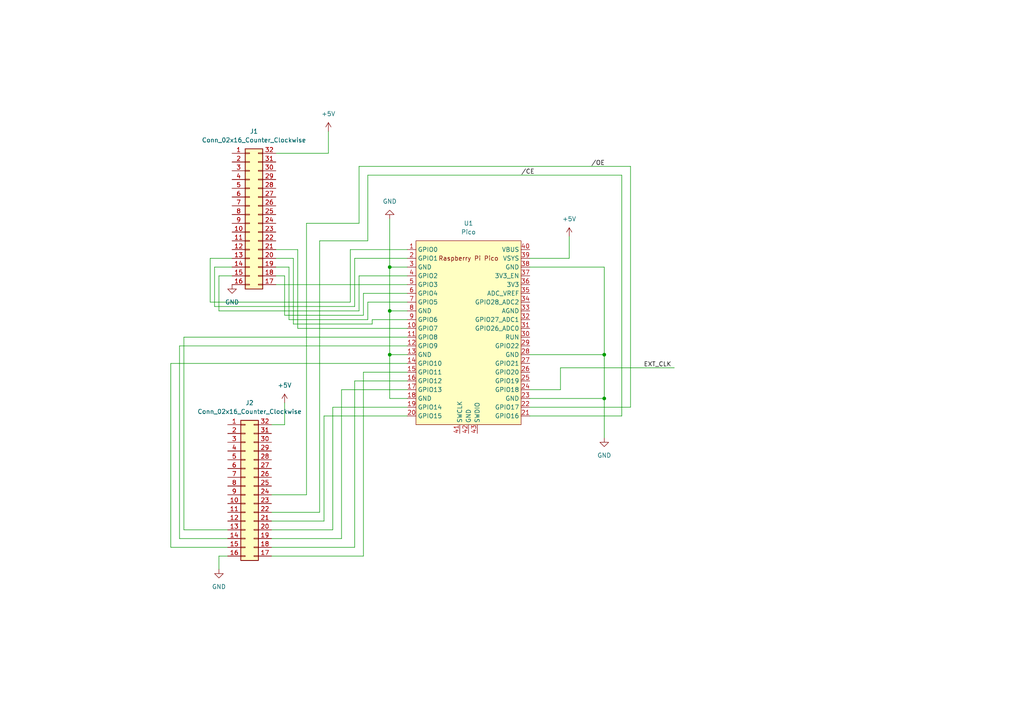
<source format=kicad_sch>
(kicad_sch (version 20230121) (generator eeschema)
  (paper "A4")
  (lib_symbols
    (symbol "Connector_Generic:Conn_02x16_Counter_Clockwise" (pin_names (offset 1.016) hide)
      (property "Reference" "J" (at 1.27 20.32 0))
      (property "Value" "Conn_02x16_Counter_Clockwise" (at 1.27 -22.86 0))
      (symbol "Conn_02x16_Counter_Clockwise_1_1"
        (rectangle (start -1.27 -20.193) (end 0 -20.447) (stroke (width 0.1524)))
        (rectangle (start -1.27 -17.653) (end 0 -17.907) (stroke (width 0.1524)))
        (rectangle (start -1.27 -15.113) (end 0 -15.367) (stroke (width 0.1524)))
        (rectangle (start -1.27 -12.573) (end 0 -12.827) (stroke (width 0.1524)))
        (rectangle (start -1.27 -10.033) (end 0 -10.287) (stroke (width 0.1524)))
        (rectangle (start -1.27 -7.493) (end 0 -7.747) (stroke (width 0.1524)))
        (rectangle (start -1.27 -4.953) (end 0 -5.207) (stroke (width 0.1524)))
        (rectangle (start -1.27 -2.413) (end 0 -2.667) (stroke (width 0.1524)))
        (rectangle (start -1.27 0.127) (end 0 -0.127) (stroke (width 0.1524)))
        (rectangle (start -1.27 2.667) (end 0 2.413) (stroke (width 0.1524)))
        (rectangle (start -1.27 5.207) (end 0 4.953) (stroke (width 0.1524)))
        (rectangle (start -1.27 7.747) (end 0 7.493) (stroke (width 0.1524)))
        (rectangle (start -1.27 10.287) (end 0 10.033) (stroke (width 0.1524)))
        (rectangle (start -1.27 12.827) (end 0 12.573) (stroke (width 0.1524)))
        (rectangle (start -1.27 15.367) (end 0 15.113) (stroke (width 0.1524)))
        (rectangle (start -1.27 17.907) (end 0 17.653) (stroke (width 0.1524)))
        (rectangle (start -1.27 19.05) (end 3.81 -21.59) (stroke (width 0.254)) (fill (type background)))
        (rectangle (start 3.81 -20.193) (end 2.54 -20.447) (stroke (width 0.1524)))
        (rectangle (start 3.81 -17.653) (end 2.54 -17.907) (stroke (width 0.1524)))
        (rectangle (start 3.81 -15.113) (end 2.54 -15.367) (stroke (width 0.1524)))
        (rectangle (start 3.81 -12.573) (end 2.54 -12.827) (stroke (width 0.1524)))
        (rectangle (start 3.81 -10.033) (end 2.54 -10.287) (stroke (width 0.1524)))
        (rectangle (start 3.81 -7.493) (end 2.54 -7.747) (stroke (width 0.1524)))
        (rectangle (start 3.81 -4.953) (end 2.54 -5.207) (stroke (width 0.1524)))
        (rectangle (start 3.81 -2.413) (end 2.54 -2.667) (stroke (width 0.1524)))
        (rectangle (start 3.81 0.127) (end 2.54 -0.127) (stroke (width 0.1524)))
        (rectangle (start 3.81 2.667) (end 2.54 2.413) (stroke (width 0.1524)))
        (rectangle (start 3.81 5.207) (end 2.54 4.953) (stroke (width 0.1524)))
        (rectangle (start 3.81 7.747) (end 2.54 7.493) (stroke (width 0.1524)))
        (rectangle (start 3.81 10.287) (end 2.54 10.033) (stroke (width 0.1524)))
        (rectangle (start 3.81 12.827) (end 2.54 12.573) (stroke (width 0.1524)))
        (rectangle (start 3.81 15.367) (end 2.54 15.113) (stroke (width 0.1524)))
        (rectangle (start 3.81 17.907) (end 2.54 17.653) (stroke (width 0.1524)))
        (pin passive line (at -5.08 17.78 0) (length 3.81) (name "Pin_1") (number "1"))
        (pin passive line (at -5.08 -5.08 0) (length 3.81) (name "Pin_10") (number "10"))
        (pin passive line (at -5.08 -7.62 0) (length 3.81) (name "Pin_11") (number "11"))
        (pin passive line (at -5.08 -10.16 0) (length 3.81) (name "Pin_12") (number "12"))
        (pin passive line (at -5.08 -12.7 0) (length 3.81) (name "Pin_13") (number "13"))
        (pin passive line (at -5.08 -15.24 0) (length 3.81) (name "Pin_14") (number "14"))
        (pin passive line (at -5.08 -17.78 0) (length 3.81) (name "Pin_15") (number "15"))
        (pin passive line (at -5.08 -20.32 0) (length 3.81) (name "Pin_16") (number "16"))
        (pin passive line (at 7.62 -20.32 180) (length 3.81) (name "Pin_17") (number "17"))
        (pin passive line (at 7.62 -17.78 180) (length 3.81) (name "Pin_18") (number "18"))
        (pin passive line (at 7.62 -15.24 180) (length 3.81) (name "Pin_19") (number "19"))
        (pin passive line (at -5.08 15.24 0) (length 3.81) (name "Pin_2") (number "2"))
        (pin passive line (at 7.62 -12.7 180) (length 3.81) (name "Pin_20") (number "20"))
        (pin passive line (at 7.62 -10.16 180) (length 3.81) (name "Pin_21") (number "21"))
        (pin passive line (at 7.62 -7.62 180) (length 3.81) (name "Pin_22") (number "22"))
        (pin passive line (at 7.62 -5.08 180) (length 3.81) (name "Pin_23") (number "23"))
        (pin passive line (at 7.62 -2.54 180) (length 3.81) (name "Pin_24") (number "24"))
        (pin passive line (at 7.62 0 180) (length 3.81) (name "Pin_25") (number "25"))
        (pin passive line (at 7.62 2.54 180) (length 3.81) (name "Pin_26") (number "26"))
        (pin passive line (at 7.62 5.08 180) (length 3.81) (name "Pin_27") (number "27"))
        (pin passive line (at 7.62 7.62 180) (length 3.81) (name "Pin_28") (number "28"))
        (pin passive line (at 7.62 10.16 180) (length 3.81) (name "Pin_29") (number "29"))
        (pin passive line (at -5.08 12.7 0) (length 3.81) (name "Pin_3") (number "3"))
        (pin passive line (at 7.62 12.7 180) (length 3.81) (name "Pin_30") (number "30"))
        (pin passive line (at 7.62 15.24 180) (length 3.81) (name "Pin_31") (number "31"))
        (pin passive line (at 7.62 17.78 180) (length 3.81) (name "Pin_32") (number "32"))
        (pin passive line (at -5.08 10.16 0) (length 3.81) (name "Pin_4") (number "4"))
        (pin passive line (at -5.08 7.62 0) (length 3.81) (name "Pin_5") (number "5"))
        (pin passive line (at -5.08 5.08 0) (length 3.81) (name "Pin_6") (number "6"))
        (pin passive line (at -5.08 2.54 0) (length 3.81) (name "Pin_7") (number "7"))
        (pin passive line (at -5.08 0 0) (length 3.81) (name "Pin_8") (number "8"))
        (pin passive line (at -5.08 -2.54 0) (length 3.81) (name "Pin_9") (number "9"))
      )
    )
    (symbol "Pico:Pico"
      (property "Reference" "U" (at -13.97 27.94 0))
      (property "Value" "Pico" (at 0 19.05 0))
      (symbol "Pico_0_0"
        (text "Raspberry Pi Pico" (at 0 21.59 0) (effects (font (size 1.27 1.27))))
      )
      (symbol "Pico_0_1"
        (rectangle (start -15.24 26.67) (end 15.24 -26.67) (fill (type background)))
      )
      (symbol "Pico_1_1"
        (pin bidirectional line (at -17.78 24.13 0) (length 2.54) (name "GPIO0") (number "1"))
        (pin bidirectional line (at -17.78 1.27 0) (length 2.54) (name "GPIO7") (number "10"))
        (pin bidirectional line (at -17.78 -1.27 0) (length 2.54) (name "GPIO8") (number "11"))
        (pin bidirectional line (at -17.78 -3.81 0) (length 2.54) (name "GPIO9") (number "12"))
        (pin power_in line (at -17.78 -6.35 0) (length 2.54) (name "GND") (number "13"))
        (pin bidirectional line (at -17.78 -8.89 0) (length 2.54) (name "GPIO10") (number "14"))
        (pin bidirectional line (at -17.78 -11.43 0) (length 2.54) (name "GPIO11") (number "15"))
        (pin bidirectional line (at -17.78 -13.97 0) (length 2.54) (name "GPIO12") (number "16"))
        (pin bidirectional line (at -17.78 -16.51 0) (length 2.54) (name "GPIO13") (number "17"))
        (pin power_in line (at -17.78 -19.05 0) (length 2.54) (name "GND") (number "18"))
        (pin bidirectional line (at -17.78 -21.59 0) (length 2.54) (name "GPIO14") (number "19"))
        (pin bidirectional line (at -17.78 21.59 0) (length 2.54) (name "GPIO1") (number "2"))
        (pin bidirectional line (at -17.78 -24.13 0) (length 2.54) (name "GPIO15") (number "20"))
        (pin bidirectional line (at 17.78 -24.13 180) (length 2.54) (name "GPIO16") (number "21"))
        (pin bidirectional line (at 17.78 -21.59 180) (length 2.54) (name "GPIO17") (number "22"))
        (pin power_in line (at 17.78 -19.05 180) (length 2.54) (name "GND") (number "23"))
        (pin bidirectional line (at 17.78 -16.51 180) (length 2.54) (name "GPIO18") (number "24"))
        (pin bidirectional line (at 17.78 -13.97 180) (length 2.54) (name "GPIO19") (number "25"))
        (pin bidirectional line (at 17.78 -11.43 180) (length 2.54) (name "GPIO20") (number "26"))
        (pin bidirectional line (at 17.78 -8.89 180) (length 2.54) (name "GPIO21") (number "27"))
        (pin power_in line (at 17.78 -6.35 180) (length 2.54) (name "GND") (number "28"))
        (pin bidirectional line (at 17.78 -3.81 180) (length 2.54) (name "GPIO22") (number "29"))
        (pin power_in line (at -17.78 19.05 0) (length 2.54) (name "GND") (number "3"))
        (pin input line (at 17.78 -1.27 180) (length 2.54) (name "RUN") (number "30"))
        (pin bidirectional line (at 17.78 1.27 180) (length 2.54) (name "GPIO26_ADC0") (number "31"))
        (pin bidirectional line (at 17.78 3.81 180) (length 2.54) (name "GPIO27_ADC1") (number "32"))
        (pin power_in line (at 17.78 6.35 180) (length 2.54) (name "AGND") (number "33"))
        (pin bidirectional line (at 17.78 8.89 180) (length 2.54) (name "GPIO28_ADC2") (number "34"))
        (pin power_in line (at 17.78 11.43 180) (length 2.54) (name "ADC_VREF") (number "35"))
        (pin power_in line (at 17.78 13.97 180) (length 2.54) (name "3V3") (number "36"))
        (pin input line (at 17.78 16.51 180) (length 2.54) (name "3V3_EN") (number "37"))
        (pin bidirectional line (at 17.78 19.05 180) (length 2.54) (name "GND") (number "38"))
        (pin power_in line (at 17.78 21.59 180) (length 2.54) (name "VSYS") (number "39"))
        (pin bidirectional line (at -17.78 16.51 0) (length 2.54) (name "GPIO2") (number "4"))
        (pin power_in line (at 17.78 24.13 180) (length 2.54) (name "VBUS") (number "40"))
        (pin input line (at -2.54 -29.21 90) (length 2.54) (name "SWCLK") (number "41"))
        (pin power_in line (at 0 -29.21 90) (length 2.54) (name "GND") (number "42"))
        (pin bidirectional line (at 2.54 -29.21 90) (length 2.54) (name "SWDIO") (number "43"))
        (pin bidirectional line (at -17.78 13.97 0) (length 2.54) (name "GPIO3") (number "5"))
        (pin bidirectional line (at -17.78 11.43 0) (length 2.54) (name "GPIO4") (number "6"))
        (pin bidirectional line (at -17.78 8.89 0) (length 2.54) (name "GPIO5") (number "7"))
        (pin power_in line (at -17.78 6.35 0) (length 2.54) (name "GND") (number "8"))
        (pin bidirectional line (at -17.78 3.81 0) (length 2.54) (name "GPIO6") (number "9"))
      )
    )
    (symbol "power:+5V" (power) (pin_names (offset 0))
      (property "Value" "+5V" (at 0 3.556 0))
      (symbol "+5V_0_1"
        (polyline (pts (xy -0.762 1.27) (xy 0 2.54)))
        (polyline (pts (xy 0 0) (xy 0 2.54)))
        (polyline (pts (xy 0 2.54) (xy 0.762 1.27)))
      )
      (symbol "+5V_1_1"
        (pin power_in line (at 0 0 90) (length 0) hide (name "+5V") (number "1"))
      )
    )
    (symbol "power:GND" (power) (pin_names (offset 0))
      (property "Value" "GND" (at 0 -3.81 0))
      (symbol "GND_0_1"
        (polyline (pts (xy 0 0) (xy 0 -1.27) (xy 1.27 -1.27) (xy 0 -2.54) (xy -1.27 -1.27) (xy 0 -1.27)))
      )
      (symbol "GND_1_1"
        (pin power_in line (at 0 0 270) (length 0) hide (name "GND") (number "1"))
      )
    )
  )
  (junction (at 113.03 102.87))
  (junction (at 113.03 90.17))
  (junction (at 113.03 77.47))
  (junction (at 175.26 115.57))
  (junction (at 175.26 102.87))
  (wire (pts (xy 118.11 72.39) (xy 101.6 72.39)))
  (wire (pts (xy 95.25 44.45) (xy 95.25 38.1)))
  (wire (pts (xy 105.41 91.44) (xy 105.41 85.09)))
  (wire (pts (xy 92.71 69.85) (xy 92.71 148.59)))
  (wire (pts (xy 101.6 87.63) (xy 60.96 87.63)))
  (wire (pts (xy 118.11 80.01) (xy 104.14 80.01)))
  (wire (pts (xy 93.98 151.13) (xy 93.98 120.65)))
  (wire (pts (xy 78.74 151.13) (xy 93.98 151.13)))
  (wire (pts (xy 83.82 77.47) (xy 83.82 92.71)))
  (wire (pts (xy 102.87 110.49) (xy 118.11 110.49)))
  (wire (pts (xy 165.1 74.93) (xy 165.1 68.58)))
  (wire (pts (xy 106.68 87.63) (xy 118.11 87.63)))
  (wire (pts (xy 86.36 72.39) (xy 86.36 95.25)))
  (wire (pts (xy 66.04 161.29) (xy 63.5 161.29)))
  (wire (pts (xy 92.71 69.85) (xy 106.68 69.85)))
  (wire (pts (xy 82.55 80.01) (xy 82.55 91.44)))
  (wire (pts (xy 52.07 100.33) (xy 118.11 100.33)))
  (wire (pts (xy 153.67 77.47) (xy 175.26 77.47)))
  (wire (pts (xy 85.09 74.93) (xy 85.09 93.98)))
  (wire (pts (xy 153.67 115.57) (xy 175.26 115.57)))
  (wire (pts (xy 83.82 92.71) (xy 106.68 92.71)))
  (wire (pts (xy 113.03 90.17) (xy 113.03 77.47)))
  (wire (pts (xy 78.74 123.19) (xy 82.55 123.19)))
  (wire (pts (xy 80.01 44.45) (xy 95.25 44.45)))
  (wire (pts (xy 85.09 93.98) (xy 107.95 93.98)))
  (wire (pts (xy 118.11 90.17) (xy 113.03 90.17)))
  (wire (pts (xy 88.9 143.51) (xy 78.74 143.51)))
  (wire (pts (xy 82.55 91.44) (xy 105.41 91.44)))
  (wire (pts (xy 93.98 120.65) (xy 118.11 120.65)))
  (wire (pts (xy 66.04 156.21) (xy 52.07 156.21)))
  (wire (pts (xy 118.11 77.47) (xy 113.03 77.47)))
  (wire (pts (xy 102.87 88.9) (xy 102.87 74.93)))
  (wire (pts (xy 104.14 90.17) (xy 63.5 90.17)))
  (wire (pts (xy 102.87 158.75) (xy 102.87 110.49)))
  (wire (pts (xy 53.34 153.67) (xy 53.34 97.79)))
  (wire (pts (xy 63.5 80.01) (xy 67.31 80.01)))
  (wire (pts (xy 49.53 105.41) (xy 118.11 105.41)))
  (wire (pts (xy 80.01 77.47) (xy 83.82 77.47)))
  (wire (pts (xy 80.01 82.55) (xy 118.11 82.55)))
  (wire (pts (xy 78.74 158.75) (xy 102.87 158.75)))
  (wire (pts (xy 99.06 113.03) (xy 118.11 113.03)))
  (wire (pts (xy 106.68 50.8) (xy 180.34 50.8)))
  (wire (pts (xy 101.6 72.39) (xy 101.6 87.63)))
  (wire (pts (xy 113.03 77.47) (xy 113.03 63.5)))
  (wire (pts (xy 162.56 106.68) (xy 162.56 113.03)))
  (wire (pts (xy 182.88 118.11) (xy 153.67 118.11)))
  (wire (pts (xy 107.95 92.71) (xy 118.11 92.71)))
  (wire (pts (xy 162.56 113.03) (xy 153.67 113.03)))
  (wire (pts (xy 63.5 90.17) (xy 63.5 80.01)))
  (wire (pts (xy 195.58 106.68) (xy 162.56 106.68)))
  (wire (pts (xy 118.11 102.87) (xy 113.03 102.87)))
  (wire (pts (xy 62.23 88.9) (xy 102.87 88.9)))
  (wire (pts (xy 104.14 80.01) (xy 104.14 90.17)))
  (wire (pts (xy 104.14 48.26) (xy 182.88 48.26)))
  (wire (pts (xy 60.96 74.93) (xy 67.31 74.93)))
  (wire (pts (xy 105.41 161.29) (xy 105.41 107.95)))
  (wire (pts (xy 175.26 102.87) (xy 175.26 115.57)))
  (wire (pts (xy 118.11 115.57) (xy 113.03 115.57)))
  (wire (pts (xy 180.34 50.8) (xy 180.34 120.65)))
  (wire (pts (xy 49.53 158.75) (xy 49.53 105.41)))
  (wire (pts (xy 78.74 153.67) (xy 96.52 153.67)))
  (wire (pts (xy 78.74 156.21) (xy 99.06 156.21)))
  (wire (pts (xy 78.74 161.29) (xy 105.41 161.29)))
  (wire (pts (xy 66.04 153.67) (xy 53.34 153.67)))
  (wire (pts (xy 80.01 72.39) (xy 86.36 72.39)))
  (wire (pts (xy 53.34 97.79) (xy 118.11 97.79)))
  (wire (pts (xy 88.9 64.77) (xy 88.9 143.51)))
  (wire (pts (xy 82.55 123.19) (xy 82.55 116.84)))
  (wire (pts (xy 106.68 69.85) (xy 106.68 50.8)))
  (wire (pts (xy 92.71 148.59) (xy 78.74 148.59)))
  (wire (pts (xy 105.41 107.95) (xy 118.11 107.95)))
  (wire (pts (xy 113.03 102.87) (xy 113.03 90.17)))
  (wire (pts (xy 96.52 153.67) (xy 96.52 118.11)))
  (wire (pts (xy 96.52 118.11) (xy 118.11 118.11)))
  (wire (pts (xy 175.26 115.57) (xy 175.26 127)))
  (wire (pts (xy 62.23 77.47) (xy 62.23 88.9)))
  (wire (pts (xy 153.67 102.87) (xy 175.26 102.87)))
  (wire (pts (xy 102.87 74.93) (xy 118.11 74.93)))
  (wire (pts (xy 175.26 77.47) (xy 175.26 102.87)))
  (wire (pts (xy 104.14 64.77) (xy 104.14 48.26)))
  (wire (pts (xy 80.01 80.01) (xy 82.55 80.01)))
  (wire (pts (xy 66.04 158.75) (xy 49.53 158.75)))
  (wire (pts (xy 80.01 74.93) (xy 85.09 74.93)))
  (wire (pts (xy 67.31 77.47) (xy 62.23 77.47)))
  (wire (pts (xy 52.07 156.21) (xy 52.07 100.33)))
  (wire (pts (xy 99.06 156.21) (xy 99.06 113.03)))
  (wire (pts (xy 153.67 74.93) (xy 165.1 74.93)))
  (wire (pts (xy 88.9 64.77) (xy 104.14 64.77)))
  (wire (pts (xy 60.96 87.63) (xy 60.96 74.93)))
  (wire (pts (xy 113.03 115.57) (xy 113.03 102.87)))
  (wire (pts (xy 86.36 95.25) (xy 118.11 95.25)))
  (wire (pts (xy 180.34 120.65) (xy 153.67 120.65)))
  (wire (pts (xy 107.95 93.98) (xy 107.95 92.71)))
  (wire (pts (xy 63.5 161.29) (xy 63.5 165.1)))
  (wire (pts (xy 182.88 48.26) (xy 182.88 118.11)))
  (wire (pts (xy 105.41 85.09) (xy 118.11 85.09)))
  (wire (pts (xy 106.68 92.71) (xy 106.68 87.63)))
  (label "{slash}OE" (at 171.45 48.26 0))
  (label "EXT_CLK" (at 186.69 106.68 0))
  (label "{slash}CE" (at 151.13 50.8 0))
  (symbol (lib_id "power:+5V") (at 165.1 68.58 0) (unit 1)
    (property "Reference" "#PWR02" (effects hide))
    (property "Value" "+5V" (at 165.1 63.5 0))
  )
  (symbol (lib_id "power:+5V") (at 95.25 38.1 0) (unit 1)
    (property "Reference" "#PWR01" (effects hide))
    (property "Value" "+5V" (at 95.25 33.02 0))
  )
  (symbol (lib_id "power:GND") (at 67.31 82.55 0) (unit 1)
    (property "Reference" "#PWR05" (effects hide))
    (property "Value" "GND" (at 67.31 87.63 0))
  )
  (symbol (lib_id "power:+5V") (at 82.55 116.84 0) (unit 1)
    (property "Reference" "#PWR07" (effects hide))
    (property "Value" "+5V" (at 82.55 111.76 0))
  )
  (symbol (lib_id "Connector_Generic:Conn_02x16_Counter_Clockwise") (at 72.39 62.23 0) (unit 1)
    (property "Reference" "J1" (at 73.66 38.1 0))
    (property "Value" "Conn_02x16_Counter_Clockwise" (at 73.66 40.64 0))
    (property "Footprint" "Package_DIP:DIP-32_W15.24mm" (effects hide))
  )
  (symbol (lib_id "Pico:Pico") (at 135.89 96.52 0) (unit 1)
    (property "Reference" "U1" (at 135.89 64.77 0))
    (property "Value" "Pico" (at 135.89 67.31 0))
    (property "Footprint" "Pico:RPi_Pico_SMD_TH" (effects hide))
  )
  (symbol (lib_id "power:GND") (at 175.26 127 0) (unit 1)
    (property "Reference" "#PWR03" (effects hide))
    (property "Value" "GND" (at 175.26 132.08 0))
  )
  (symbol (lib_id "Connector_Generic:Conn_02x16_Counter_Clockwise") (at 71.12 140.97 0) (unit 1)
    (property "Reference" "J2" (at 72.39 116.84 0))
    (property "Value" "Conn_02x16_Counter_Clockwise" (at 72.39 119.38 0))
    (property "Footprint" "Package_DIP:DIP-32_W15.24mm" (effects hide))
  )
  (symbol (lib_id "power:GND") (at 63.5 165.1 0) (unit 1)
    (property "Reference" "#PWR06" (effects hide))
    (property "Value" "GND" (at 63.5 170.18 0))
  )
  (symbol (lib_id "power:GND") (at 113.03 63.5 180) (unit 1)
    (property "Reference" "#PWR04" (effects hide))
    (property "Value" "GND" (at 113.03 58.42 0))
  )
)
</source>
